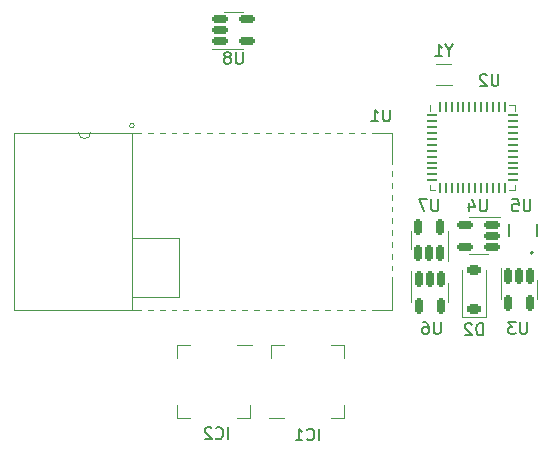
<source format=gbr>
%TF.GenerationSoftware,KiCad,Pcbnew,7.0.1*%
%TF.CreationDate,2023-04-30T22:37:30+01:00*%
%TF.ProjectId,left_main,6c656674-5f6d-4616-996e-2e6b69636164,rev?*%
%TF.SameCoordinates,Original*%
%TF.FileFunction,Legend,Bot*%
%TF.FilePolarity,Positive*%
%FSLAX46Y46*%
G04 Gerber Fmt 4.6, Leading zero omitted, Abs format (unit mm)*
G04 Created by KiCad (PCBNEW 7.0.1) date 2023-04-30 22:37:30*
%MOMM*%
%LPD*%
G01*
G04 APERTURE LIST*
G04 Aperture macros list*
%AMRoundRect*
0 Rectangle with rounded corners*
0 $1 Rounding radius*
0 $2 $3 $4 $5 $6 $7 $8 $9 X,Y pos of 4 corners*
0 Add a 4 corners polygon primitive as box body*
4,1,4,$2,$3,$4,$5,$6,$7,$8,$9,$2,$3,0*
0 Add four circle primitives for the rounded corners*
1,1,$1+$1,$2,$3*
1,1,$1+$1,$4,$5*
1,1,$1+$1,$6,$7*
1,1,$1+$1,$8,$9*
0 Add four rect primitives between the rounded corners*
20,1,$1+$1,$2,$3,$4,$5,0*
20,1,$1+$1,$4,$5,$6,$7,0*
20,1,$1+$1,$6,$7,$8,$9,0*
20,1,$1+$1,$8,$9,$2,$3,0*%
G04 Aperture macros list end*
%ADD10C,0.150000*%
%ADD11C,0.120000*%
%ADD12C,0.152400*%
%ADD13R,0.600000X1.500000*%
%ADD14R,1.500000X0.600000*%
%ADD15R,0.760000X2.790000*%
%ADD16R,1.780000X1.780000*%
%ADD17O,0.650000X0.200000*%
%ADD18O,0.200000X0.650000*%
%ADD19R,0.875000X0.875000*%
%ADD20R,1.000000X1.800000*%
%ADD21RoundRect,0.062500X-0.062500X0.375000X-0.062500X-0.375000X0.062500X-0.375000X0.062500X0.375000X0*%
%ADD22RoundRect,0.062500X-0.375000X0.062500X-0.375000X-0.062500X0.375000X-0.062500X0.375000X0.062500X0*%
%ADD23R,5.100000X5.100000*%
%ADD24RoundRect,0.225000X0.375000X-0.225000X0.375000X0.225000X-0.375000X0.225000X-0.375000X-0.225000X0*%
%ADD25RoundRect,0.150000X-0.150000X0.512500X-0.150000X-0.512500X0.150000X-0.512500X0.150000X0.512500X0*%
%ADD26RoundRect,0.150000X0.150000X-0.512500X0.150000X0.512500X-0.150000X0.512500X-0.150000X-0.512500X0*%
%ADD27RoundRect,0.150000X-0.512500X-0.150000X0.512500X-0.150000X0.512500X0.150000X-0.512500X0.150000X0*%
%ADD28R,0.254000X0.711200*%
%ADD29R,1.295400X0.889000*%
%ADD30RoundRect,0.150000X0.512500X0.150000X-0.512500X0.150000X-0.512500X-0.150000X0.512500X-0.150000X0*%
G04 APERTURE END LIST*
D10*
%TO.C,U1*%
X76861904Y-39562619D02*
X76861904Y-40372142D01*
X76861904Y-40372142D02*
X76814285Y-40467380D01*
X76814285Y-40467380D02*
X76766666Y-40515000D01*
X76766666Y-40515000D02*
X76671428Y-40562619D01*
X76671428Y-40562619D02*
X76480952Y-40562619D01*
X76480952Y-40562619D02*
X76385714Y-40515000D01*
X76385714Y-40515000D02*
X76338095Y-40467380D01*
X76338095Y-40467380D02*
X76290476Y-40372142D01*
X76290476Y-40372142D02*
X76290476Y-39562619D01*
X75290476Y-40562619D02*
X75861904Y-40562619D01*
X75576190Y-40562619D02*
X75576190Y-39562619D01*
X75576190Y-39562619D02*
X75671428Y-39705476D01*
X75671428Y-39705476D02*
X75766666Y-39800714D01*
X75766666Y-39800714D02*
X75861904Y-39848333D01*
%TO.C,IC1*%
X70897617Y-67562619D02*
X70897617Y-66562619D01*
X69849999Y-67467380D02*
X69897618Y-67515000D01*
X69897618Y-67515000D02*
X70040475Y-67562619D01*
X70040475Y-67562619D02*
X70135713Y-67562619D01*
X70135713Y-67562619D02*
X70278570Y-67515000D01*
X70278570Y-67515000D02*
X70373808Y-67419761D01*
X70373808Y-67419761D02*
X70421427Y-67324523D01*
X70421427Y-67324523D02*
X70469046Y-67134047D01*
X70469046Y-67134047D02*
X70469046Y-66991190D01*
X70469046Y-66991190D02*
X70421427Y-66800714D01*
X70421427Y-66800714D02*
X70373808Y-66705476D01*
X70373808Y-66705476D02*
X70278570Y-66610238D01*
X70278570Y-66610238D02*
X70135713Y-66562619D01*
X70135713Y-66562619D02*
X70040475Y-66562619D01*
X70040475Y-66562619D02*
X69897618Y-66610238D01*
X69897618Y-66610238D02*
X69849999Y-66657857D01*
X68897618Y-67562619D02*
X69469046Y-67562619D01*
X69183332Y-67562619D02*
X69183332Y-66562619D01*
X69183332Y-66562619D02*
X69278570Y-66705476D01*
X69278570Y-66705476D02*
X69373808Y-66800714D01*
X69373808Y-66800714D02*
X69469046Y-66848333D01*
%TO.C,Y1*%
X81902690Y-34552928D02*
X81902690Y-35029119D01*
X82236023Y-34029119D02*
X81902690Y-34552928D01*
X81902690Y-34552928D02*
X81569357Y-34029119D01*
X80712214Y-35029119D02*
X81283642Y-35029119D01*
X80997928Y-35029119D02*
X80997928Y-34029119D01*
X80997928Y-34029119D02*
X81093166Y-34171976D01*
X81093166Y-34171976D02*
X81188404Y-34267214D01*
X81188404Y-34267214D02*
X81283642Y-34314833D01*
%TO.C,U2*%
X86061904Y-36562619D02*
X86061904Y-37372142D01*
X86061904Y-37372142D02*
X86014285Y-37467380D01*
X86014285Y-37467380D02*
X85966666Y-37515000D01*
X85966666Y-37515000D02*
X85871428Y-37562619D01*
X85871428Y-37562619D02*
X85680952Y-37562619D01*
X85680952Y-37562619D02*
X85585714Y-37515000D01*
X85585714Y-37515000D02*
X85538095Y-37467380D01*
X85538095Y-37467380D02*
X85490476Y-37372142D01*
X85490476Y-37372142D02*
X85490476Y-36562619D01*
X85061904Y-36657857D02*
X85014285Y-36610238D01*
X85014285Y-36610238D02*
X84919047Y-36562619D01*
X84919047Y-36562619D02*
X84680952Y-36562619D01*
X84680952Y-36562619D02*
X84585714Y-36610238D01*
X84585714Y-36610238D02*
X84538095Y-36657857D01*
X84538095Y-36657857D02*
X84490476Y-36753095D01*
X84490476Y-36753095D02*
X84490476Y-36848333D01*
X84490476Y-36848333D02*
X84538095Y-36991190D01*
X84538095Y-36991190D02*
X85109523Y-37562619D01*
X85109523Y-37562619D02*
X84490476Y-37562619D01*
%TO.C,D2*%
X84738094Y-58662619D02*
X84738094Y-57662619D01*
X84738094Y-57662619D02*
X84499999Y-57662619D01*
X84499999Y-57662619D02*
X84357142Y-57710238D01*
X84357142Y-57710238D02*
X84261904Y-57805476D01*
X84261904Y-57805476D02*
X84214285Y-57900714D01*
X84214285Y-57900714D02*
X84166666Y-58091190D01*
X84166666Y-58091190D02*
X84166666Y-58234047D01*
X84166666Y-58234047D02*
X84214285Y-58424523D01*
X84214285Y-58424523D02*
X84261904Y-58519761D01*
X84261904Y-58519761D02*
X84357142Y-58615000D01*
X84357142Y-58615000D02*
X84499999Y-58662619D01*
X84499999Y-58662619D02*
X84738094Y-58662619D01*
X83785713Y-57757857D02*
X83738094Y-57710238D01*
X83738094Y-57710238D02*
X83642856Y-57662619D01*
X83642856Y-57662619D02*
X83404761Y-57662619D01*
X83404761Y-57662619D02*
X83309523Y-57710238D01*
X83309523Y-57710238D02*
X83261904Y-57757857D01*
X83261904Y-57757857D02*
X83214285Y-57853095D01*
X83214285Y-57853095D02*
X83214285Y-57948333D01*
X83214285Y-57948333D02*
X83261904Y-58091190D01*
X83261904Y-58091190D02*
X83833332Y-58662619D01*
X83833332Y-58662619D02*
X83214285Y-58662619D01*
%TO.C,U6*%
X81161904Y-57562619D02*
X81161904Y-58372142D01*
X81161904Y-58372142D02*
X81114285Y-58467380D01*
X81114285Y-58467380D02*
X81066666Y-58515000D01*
X81066666Y-58515000D02*
X80971428Y-58562619D01*
X80971428Y-58562619D02*
X80780952Y-58562619D01*
X80780952Y-58562619D02*
X80685714Y-58515000D01*
X80685714Y-58515000D02*
X80638095Y-58467380D01*
X80638095Y-58467380D02*
X80590476Y-58372142D01*
X80590476Y-58372142D02*
X80590476Y-57562619D01*
X79685714Y-57562619D02*
X79876190Y-57562619D01*
X79876190Y-57562619D02*
X79971428Y-57610238D01*
X79971428Y-57610238D02*
X80019047Y-57657857D01*
X80019047Y-57657857D02*
X80114285Y-57800714D01*
X80114285Y-57800714D02*
X80161904Y-57991190D01*
X80161904Y-57991190D02*
X80161904Y-58372142D01*
X80161904Y-58372142D02*
X80114285Y-58467380D01*
X80114285Y-58467380D02*
X80066666Y-58515000D01*
X80066666Y-58515000D02*
X79971428Y-58562619D01*
X79971428Y-58562619D02*
X79780952Y-58562619D01*
X79780952Y-58562619D02*
X79685714Y-58515000D01*
X79685714Y-58515000D02*
X79638095Y-58467380D01*
X79638095Y-58467380D02*
X79590476Y-58372142D01*
X79590476Y-58372142D02*
X79590476Y-58134047D01*
X79590476Y-58134047D02*
X79638095Y-58038809D01*
X79638095Y-58038809D02*
X79685714Y-57991190D01*
X79685714Y-57991190D02*
X79780952Y-57943571D01*
X79780952Y-57943571D02*
X79971428Y-57943571D01*
X79971428Y-57943571D02*
X80066666Y-57991190D01*
X80066666Y-57991190D02*
X80114285Y-58038809D01*
X80114285Y-58038809D02*
X80161904Y-58134047D01*
%TO.C,U7*%
X80961904Y-47162619D02*
X80961904Y-47972142D01*
X80961904Y-47972142D02*
X80914285Y-48067380D01*
X80914285Y-48067380D02*
X80866666Y-48115000D01*
X80866666Y-48115000D02*
X80771428Y-48162619D01*
X80771428Y-48162619D02*
X80580952Y-48162619D01*
X80580952Y-48162619D02*
X80485714Y-48115000D01*
X80485714Y-48115000D02*
X80438095Y-48067380D01*
X80438095Y-48067380D02*
X80390476Y-47972142D01*
X80390476Y-47972142D02*
X80390476Y-47162619D01*
X80009523Y-47162619D02*
X79342857Y-47162619D01*
X79342857Y-47162619D02*
X79771428Y-48162619D01*
%TO.C,U3*%
X88461904Y-57562619D02*
X88461904Y-58372142D01*
X88461904Y-58372142D02*
X88414285Y-58467380D01*
X88414285Y-58467380D02*
X88366666Y-58515000D01*
X88366666Y-58515000D02*
X88271428Y-58562619D01*
X88271428Y-58562619D02*
X88080952Y-58562619D01*
X88080952Y-58562619D02*
X87985714Y-58515000D01*
X87985714Y-58515000D02*
X87938095Y-58467380D01*
X87938095Y-58467380D02*
X87890476Y-58372142D01*
X87890476Y-58372142D02*
X87890476Y-57562619D01*
X87509523Y-57562619D02*
X86890476Y-57562619D01*
X86890476Y-57562619D02*
X87223809Y-57943571D01*
X87223809Y-57943571D02*
X87080952Y-57943571D01*
X87080952Y-57943571D02*
X86985714Y-57991190D01*
X86985714Y-57991190D02*
X86938095Y-58038809D01*
X86938095Y-58038809D02*
X86890476Y-58134047D01*
X86890476Y-58134047D02*
X86890476Y-58372142D01*
X86890476Y-58372142D02*
X86938095Y-58467380D01*
X86938095Y-58467380D02*
X86985714Y-58515000D01*
X86985714Y-58515000D02*
X87080952Y-58562619D01*
X87080952Y-58562619D02*
X87366666Y-58562619D01*
X87366666Y-58562619D02*
X87461904Y-58515000D01*
X87461904Y-58515000D02*
X87509523Y-58467380D01*
%TO.C,U8*%
X64394404Y-34694619D02*
X64394404Y-35504142D01*
X64394404Y-35504142D02*
X64346785Y-35599380D01*
X64346785Y-35599380D02*
X64299166Y-35647000D01*
X64299166Y-35647000D02*
X64203928Y-35694619D01*
X64203928Y-35694619D02*
X64013452Y-35694619D01*
X64013452Y-35694619D02*
X63918214Y-35647000D01*
X63918214Y-35647000D02*
X63870595Y-35599380D01*
X63870595Y-35599380D02*
X63822976Y-35504142D01*
X63822976Y-35504142D02*
X63822976Y-34694619D01*
X63203928Y-35123190D02*
X63299166Y-35075571D01*
X63299166Y-35075571D02*
X63346785Y-35027952D01*
X63346785Y-35027952D02*
X63394404Y-34932714D01*
X63394404Y-34932714D02*
X63394404Y-34885095D01*
X63394404Y-34885095D02*
X63346785Y-34789857D01*
X63346785Y-34789857D02*
X63299166Y-34742238D01*
X63299166Y-34742238D02*
X63203928Y-34694619D01*
X63203928Y-34694619D02*
X63013452Y-34694619D01*
X63013452Y-34694619D02*
X62918214Y-34742238D01*
X62918214Y-34742238D02*
X62870595Y-34789857D01*
X62870595Y-34789857D02*
X62822976Y-34885095D01*
X62822976Y-34885095D02*
X62822976Y-34932714D01*
X62822976Y-34932714D02*
X62870595Y-35027952D01*
X62870595Y-35027952D02*
X62918214Y-35075571D01*
X62918214Y-35075571D02*
X63013452Y-35123190D01*
X63013452Y-35123190D02*
X63203928Y-35123190D01*
X63203928Y-35123190D02*
X63299166Y-35170809D01*
X63299166Y-35170809D02*
X63346785Y-35218428D01*
X63346785Y-35218428D02*
X63394404Y-35313666D01*
X63394404Y-35313666D02*
X63394404Y-35504142D01*
X63394404Y-35504142D02*
X63346785Y-35599380D01*
X63346785Y-35599380D02*
X63299166Y-35647000D01*
X63299166Y-35647000D02*
X63203928Y-35694619D01*
X63203928Y-35694619D02*
X63013452Y-35694619D01*
X63013452Y-35694619D02*
X62918214Y-35647000D01*
X62918214Y-35647000D02*
X62870595Y-35599380D01*
X62870595Y-35599380D02*
X62822976Y-35504142D01*
X62822976Y-35504142D02*
X62822976Y-35313666D01*
X62822976Y-35313666D02*
X62870595Y-35218428D01*
X62870595Y-35218428D02*
X62918214Y-35170809D01*
X62918214Y-35170809D02*
X63013452Y-35123190D01*
%TO.C,U5*%
X88761904Y-47162619D02*
X88761904Y-47972142D01*
X88761904Y-47972142D02*
X88714285Y-48067380D01*
X88714285Y-48067380D02*
X88666666Y-48115000D01*
X88666666Y-48115000D02*
X88571428Y-48162619D01*
X88571428Y-48162619D02*
X88380952Y-48162619D01*
X88380952Y-48162619D02*
X88285714Y-48115000D01*
X88285714Y-48115000D02*
X88238095Y-48067380D01*
X88238095Y-48067380D02*
X88190476Y-47972142D01*
X88190476Y-47972142D02*
X88190476Y-47162619D01*
X87238095Y-47162619D02*
X87714285Y-47162619D01*
X87714285Y-47162619D02*
X87761904Y-47638809D01*
X87761904Y-47638809D02*
X87714285Y-47591190D01*
X87714285Y-47591190D02*
X87619047Y-47543571D01*
X87619047Y-47543571D02*
X87380952Y-47543571D01*
X87380952Y-47543571D02*
X87285714Y-47591190D01*
X87285714Y-47591190D02*
X87238095Y-47638809D01*
X87238095Y-47638809D02*
X87190476Y-47734047D01*
X87190476Y-47734047D02*
X87190476Y-47972142D01*
X87190476Y-47972142D02*
X87238095Y-48067380D01*
X87238095Y-48067380D02*
X87285714Y-48115000D01*
X87285714Y-48115000D02*
X87380952Y-48162619D01*
X87380952Y-48162619D02*
X87619047Y-48162619D01*
X87619047Y-48162619D02*
X87714285Y-48115000D01*
X87714285Y-48115000D02*
X87761904Y-48067380D01*
%TO.C,IC2*%
X63176189Y-67462619D02*
X63176189Y-66462619D01*
X62128571Y-67367380D02*
X62176190Y-67415000D01*
X62176190Y-67415000D02*
X62319047Y-67462619D01*
X62319047Y-67462619D02*
X62414285Y-67462619D01*
X62414285Y-67462619D02*
X62557142Y-67415000D01*
X62557142Y-67415000D02*
X62652380Y-67319761D01*
X62652380Y-67319761D02*
X62699999Y-67224523D01*
X62699999Y-67224523D02*
X62747618Y-67034047D01*
X62747618Y-67034047D02*
X62747618Y-66891190D01*
X62747618Y-66891190D02*
X62699999Y-66700714D01*
X62699999Y-66700714D02*
X62652380Y-66605476D01*
X62652380Y-66605476D02*
X62557142Y-66510238D01*
X62557142Y-66510238D02*
X62414285Y-66462619D01*
X62414285Y-66462619D02*
X62319047Y-66462619D01*
X62319047Y-66462619D02*
X62176190Y-66510238D01*
X62176190Y-66510238D02*
X62128571Y-66557857D01*
X61747618Y-66557857D02*
X61699999Y-66510238D01*
X61699999Y-66510238D02*
X61604761Y-66462619D01*
X61604761Y-66462619D02*
X61366666Y-66462619D01*
X61366666Y-66462619D02*
X61271428Y-66510238D01*
X61271428Y-66510238D02*
X61223809Y-66557857D01*
X61223809Y-66557857D02*
X61176190Y-66653095D01*
X61176190Y-66653095D02*
X61176190Y-66748333D01*
X61176190Y-66748333D02*
X61223809Y-66891190D01*
X61223809Y-66891190D02*
X61795237Y-67462619D01*
X61795237Y-67462619D02*
X61176190Y-67462619D01*
%TO.C,U4*%
X85061904Y-47162619D02*
X85061904Y-47972142D01*
X85061904Y-47972142D02*
X85014285Y-48067380D01*
X85014285Y-48067380D02*
X84966666Y-48115000D01*
X84966666Y-48115000D02*
X84871428Y-48162619D01*
X84871428Y-48162619D02*
X84680952Y-48162619D01*
X84680952Y-48162619D02*
X84585714Y-48115000D01*
X84585714Y-48115000D02*
X84538095Y-48067380D01*
X84538095Y-48067380D02*
X84490476Y-47972142D01*
X84490476Y-47972142D02*
X84490476Y-47162619D01*
X83585714Y-47495952D02*
X83585714Y-48162619D01*
X83823809Y-47115000D02*
X84061904Y-47829285D01*
X84061904Y-47829285D02*
X83442857Y-47829285D01*
D11*
%TO.C,U1*%
X77030000Y-41510000D02*
X45030000Y-41510000D01*
X55030000Y-41510000D02*
X55030000Y-56510000D01*
X45030000Y-41510000D02*
X45030000Y-56510000D01*
X59030000Y-50410000D02*
X59030000Y-55410000D01*
X55030000Y-50410000D02*
X59030000Y-50410000D01*
X59030000Y-55410000D02*
X55030000Y-55410000D01*
X77030000Y-56510000D02*
X77030000Y-41510000D01*
X45030000Y-56510000D02*
X77030000Y-56510000D01*
X50530000Y-41510000D02*
G75*
G03*
X51530000Y-41510000I500000J0D01*
G01*
X55230000Y-40910000D02*
G75*
G03*
X55230000Y-40910000I-200000J0D01*
G01*
%TO.C,IC1*%
X66821428Y-59500000D02*
X66821428Y-60600000D01*
X67921428Y-59500000D02*
X66821428Y-59500000D01*
X67921428Y-65700000D02*
X66646428Y-65700000D01*
X71921428Y-59500000D02*
X73021428Y-59500000D01*
X71921428Y-65700000D02*
X73021428Y-65700000D01*
X73021428Y-59500000D02*
X73021428Y-60600000D01*
X73021428Y-65700000D02*
X73021428Y-64600000D01*
%TO.C,Y1*%
X82101500Y-37441500D02*
X80751500Y-37441500D01*
X82101500Y-35691500D02*
X80751500Y-35691500D01*
%TO.C,U2*%
X87458000Y-39180500D02*
X86983000Y-39180500D01*
X87458000Y-39655500D02*
X87458000Y-39180500D01*
X80238000Y-39655500D02*
X80238000Y-39180500D01*
X87458000Y-45925500D02*
X87458000Y-46400500D01*
X80238000Y-45925500D02*
X80238000Y-46400500D01*
X87458000Y-46400500D02*
X86983000Y-46400500D01*
X80238000Y-46400500D02*
X80713000Y-46400500D01*
%TO.C,D2*%
X83000000Y-57160000D02*
X83000000Y-53150000D01*
X85000000Y-57160000D02*
X83000000Y-57160000D01*
X85000000Y-57160000D02*
X85000000Y-53150000D01*
%TO.C,U6*%
X81810000Y-55062500D02*
X81810000Y-54262500D01*
X81810000Y-55062500D02*
X81810000Y-55862500D01*
X78690000Y-55062500D02*
X78690000Y-53262500D01*
X78690000Y-55062500D02*
X78690000Y-55862500D01*
%TO.C,U7*%
X78640000Y-50600000D02*
X78640000Y-51400000D01*
X78640000Y-50600000D02*
X78640000Y-49800000D01*
X81760000Y-50600000D02*
X81760000Y-52400000D01*
X81760000Y-50600000D02*
X81760000Y-49800000D01*
%TO.C,U3*%
X89360000Y-54765000D02*
X89360000Y-53965000D01*
X89360000Y-54765000D02*
X89360000Y-55565000D01*
X86240000Y-54765000D02*
X86240000Y-52965000D01*
X86240000Y-54765000D02*
X86240000Y-55565000D01*
%TO.C,U8*%
X63632500Y-31272000D02*
X62832500Y-31272000D01*
X63632500Y-31272000D02*
X64432500Y-31272000D01*
X63632500Y-34392000D02*
X61832500Y-34392000D01*
X63632500Y-34392000D02*
X64432500Y-34392000D01*
D12*
%TO.C,U5*%
X86944901Y-50283945D02*
X86944901Y-49258655D01*
X89307101Y-49258655D02*
X89307101Y-50283945D01*
X88977601Y-51681000D02*
G75*
G03*
X88977601Y-51681000I-101600J0D01*
G01*
D11*
%TO.C,IC2*%
X65025000Y-65700000D02*
X65025000Y-64600000D01*
X63925000Y-65700000D02*
X65025000Y-65700000D01*
X63925000Y-59500000D02*
X65200000Y-59500000D01*
X59925000Y-65700000D02*
X58825000Y-65700000D01*
X59925000Y-59500000D02*
X58825000Y-59500000D01*
X58825000Y-65700000D02*
X58825000Y-64600000D01*
X58825000Y-59500000D02*
X58825000Y-60600000D01*
%TO.C,U4*%
X84400000Y-51810000D02*
X85200000Y-51810000D01*
X84400000Y-51810000D02*
X83600000Y-51810000D01*
X84400000Y-48690000D02*
X86200000Y-48690000D01*
X84400000Y-48690000D02*
X83600000Y-48690000D01*
%TD*%
%LPC*%
D13*
%TO.C,U1*%
X56130000Y-41760000D03*
X57130000Y-41760000D03*
X58130000Y-41760000D03*
X59130000Y-41760000D03*
X60130000Y-41760000D03*
X61130000Y-41760000D03*
X62130000Y-41760000D03*
X63130000Y-41760000D03*
X64130000Y-41760000D03*
X65130000Y-41760000D03*
X66130000Y-41760000D03*
X67130000Y-41760000D03*
X68130000Y-41760000D03*
X69130000Y-41760000D03*
X70130000Y-41760000D03*
X71130000Y-41760000D03*
X72130000Y-41760000D03*
X73130000Y-41760000D03*
X74130000Y-41760000D03*
X75130000Y-41760000D03*
D14*
X76780000Y-44510000D03*
X76780000Y-45510000D03*
X76780000Y-46510000D03*
X76780000Y-47510000D03*
X76780000Y-48510000D03*
X76780000Y-49510000D03*
X76780000Y-50510000D03*
X76780000Y-51510000D03*
X76780000Y-52510000D03*
X76780000Y-53510000D03*
D13*
X75130000Y-56260000D03*
X74130000Y-56260000D03*
X73130000Y-56260000D03*
X72130000Y-56260000D03*
X71130000Y-56260000D03*
X70130000Y-56260000D03*
X69130000Y-56260000D03*
X68130000Y-56260000D03*
X67130000Y-56260000D03*
X66130000Y-56260000D03*
X65130000Y-56260000D03*
X64130000Y-56260000D03*
X63130000Y-56260000D03*
X62130000Y-56260000D03*
X61130000Y-56260000D03*
X60130000Y-56260000D03*
X59130000Y-56260000D03*
X58130000Y-56260000D03*
X57130000Y-56260000D03*
D15*
X56450000Y-45470000D03*
D16*
X66560000Y-53530000D03*
D13*
X56130000Y-56260000D03*
%TD*%
D17*
%TO.C,IC1*%
X67296428Y-64200000D03*
X67296428Y-63800000D03*
X67296428Y-63400000D03*
X67296428Y-63000000D03*
X67296428Y-62600000D03*
X67296428Y-62200000D03*
X67296428Y-61800000D03*
X67296428Y-61400000D03*
X67296428Y-61000000D03*
D18*
X68321428Y-59975000D03*
X68721428Y-59975000D03*
X69121428Y-59975000D03*
X69521428Y-59975000D03*
X69921428Y-59975000D03*
X70321428Y-59975000D03*
X70721428Y-59975000D03*
X71121428Y-59975000D03*
X71521428Y-59975000D03*
D17*
X72546428Y-61000000D03*
X72546428Y-61400000D03*
X72546428Y-61800000D03*
X72546428Y-62200000D03*
X72546428Y-62600000D03*
X72546428Y-63000000D03*
X72546428Y-63400000D03*
X72546428Y-63800000D03*
X72546428Y-64200000D03*
D18*
X71521428Y-65225000D03*
X71121428Y-65225000D03*
X70721428Y-65225000D03*
X70321428Y-65225000D03*
X69921428Y-65225000D03*
X69521428Y-65225000D03*
X69121428Y-65225000D03*
X68721428Y-65225000D03*
X68321428Y-65225000D03*
D19*
X68608928Y-61287500D03*
X68608928Y-62162500D03*
X68608928Y-63037500D03*
X68608928Y-63912500D03*
X69483928Y-61287500D03*
X69483928Y-62162500D03*
X69483928Y-63037500D03*
X69483928Y-63912500D03*
X70358928Y-61287500D03*
X70358928Y-62162500D03*
X70358928Y-63037500D03*
X70358928Y-63912500D03*
X71233928Y-61287500D03*
X71233928Y-62162500D03*
X71233928Y-63037500D03*
X71233928Y-63912500D03*
%TD*%
D20*
%TO.C,Y1*%
X80176500Y-36566500D03*
X82676500Y-36566500D03*
%TD*%
D21*
%TO.C,U2*%
X81098000Y-39353000D03*
X81598000Y-39353000D03*
X82098000Y-39353000D03*
X82598000Y-39353000D03*
X83098000Y-39353000D03*
X83598000Y-39353000D03*
X84098000Y-39353000D03*
X84598000Y-39353000D03*
X85098000Y-39353000D03*
X85598000Y-39353000D03*
X86098000Y-39353000D03*
X86598000Y-39353000D03*
D22*
X87285500Y-40040500D03*
X87285500Y-40540500D03*
X87285500Y-41040500D03*
X87285500Y-41540500D03*
X87285500Y-42040500D03*
X87285500Y-42540500D03*
X87285500Y-43040500D03*
X87285500Y-43540500D03*
X87285500Y-44040500D03*
X87285500Y-44540500D03*
X87285500Y-45040500D03*
X87285500Y-45540500D03*
D21*
X86598000Y-46228000D03*
X86098000Y-46228000D03*
X85598000Y-46228000D03*
X85098000Y-46228000D03*
X84598000Y-46228000D03*
X84098000Y-46228000D03*
X83598000Y-46228000D03*
X83098000Y-46228000D03*
X82598000Y-46228000D03*
X82098000Y-46228000D03*
X81598000Y-46228000D03*
X81098000Y-46228000D03*
D22*
X80410500Y-45540500D03*
X80410500Y-45040500D03*
X80410500Y-44540500D03*
X80410500Y-44040500D03*
X80410500Y-43540500D03*
X80410500Y-43040500D03*
X80410500Y-42540500D03*
X80410500Y-42040500D03*
X80410500Y-41540500D03*
X80410500Y-41040500D03*
X80410500Y-40540500D03*
X80410500Y-40040500D03*
D23*
X83848000Y-42790500D03*
%TD*%
D24*
%TO.C,D2*%
X84000000Y-56450000D03*
X84000000Y-53150000D03*
%TD*%
D25*
%TO.C,U6*%
X79300000Y-53925000D03*
X80250000Y-53925000D03*
X81200000Y-53925000D03*
X81200000Y-56200000D03*
X79300000Y-56200000D03*
%TD*%
D26*
%TO.C,U7*%
X81150000Y-51737500D03*
X80200000Y-51737500D03*
X79250000Y-51737500D03*
X79250000Y-49462500D03*
X81150000Y-49462500D03*
%TD*%
D25*
%TO.C,U3*%
X86850000Y-53627500D03*
X87800000Y-53627500D03*
X88750000Y-53627500D03*
X88750000Y-55902500D03*
X86850000Y-55902500D03*
%TD*%
D27*
%TO.C,U8*%
X62495000Y-33782000D03*
X62495000Y-32832000D03*
X62495000Y-31882000D03*
X64770000Y-31882000D03*
X64770000Y-33782000D03*
%TD*%
D28*
%TO.C,U5*%
X88876002Y-50774600D03*
X88376001Y-50774600D03*
X87876001Y-50774600D03*
X87376000Y-50774600D03*
X87376000Y-48768000D03*
X87876001Y-48768000D03*
X88376001Y-48768000D03*
X88876002Y-48768000D03*
D29*
X88126001Y-49771300D03*
%TD*%
D17*
%TO.C,IC2*%
X64550000Y-61000000D03*
X64550000Y-61400000D03*
X64550000Y-61800000D03*
X64550000Y-62200000D03*
X64550000Y-62600000D03*
X64550000Y-63000000D03*
X64550000Y-63400000D03*
X64550000Y-63800000D03*
X64550000Y-64200000D03*
D18*
X63525000Y-65225000D03*
X63125000Y-65225000D03*
X62725000Y-65225000D03*
X62325000Y-65225000D03*
X61925000Y-65225000D03*
X61525000Y-65225000D03*
X61125000Y-65225000D03*
X60725000Y-65225000D03*
X60325000Y-65225000D03*
D17*
X59300000Y-64200000D03*
X59300000Y-63800000D03*
X59300000Y-63400000D03*
X59300000Y-63000000D03*
X59300000Y-62600000D03*
X59300000Y-62200000D03*
X59300000Y-61800000D03*
X59300000Y-61400000D03*
X59300000Y-61000000D03*
D18*
X60325000Y-59975000D03*
X60725000Y-59975000D03*
X61125000Y-59975000D03*
X61525000Y-59975000D03*
X61925000Y-59975000D03*
X62325000Y-59975000D03*
X62725000Y-59975000D03*
X63125000Y-59975000D03*
X63525000Y-59975000D03*
D19*
X63237500Y-63912500D03*
X63237500Y-63037500D03*
X63237500Y-62162500D03*
X63237500Y-61287500D03*
X62362500Y-63912500D03*
X62362500Y-63037500D03*
X62362500Y-62162500D03*
X62362500Y-61287500D03*
X61487500Y-63912500D03*
X61487500Y-63037500D03*
X61487500Y-62162500D03*
X61487500Y-61287500D03*
X60612500Y-63912500D03*
X60612500Y-63037500D03*
X60612500Y-62162500D03*
X60612500Y-61287500D03*
%TD*%
D30*
%TO.C,U4*%
X85537500Y-49300000D03*
X85537500Y-50250000D03*
X85537500Y-51200000D03*
X83262500Y-51200000D03*
X83262500Y-49300000D03*
%TD*%
M02*

</source>
